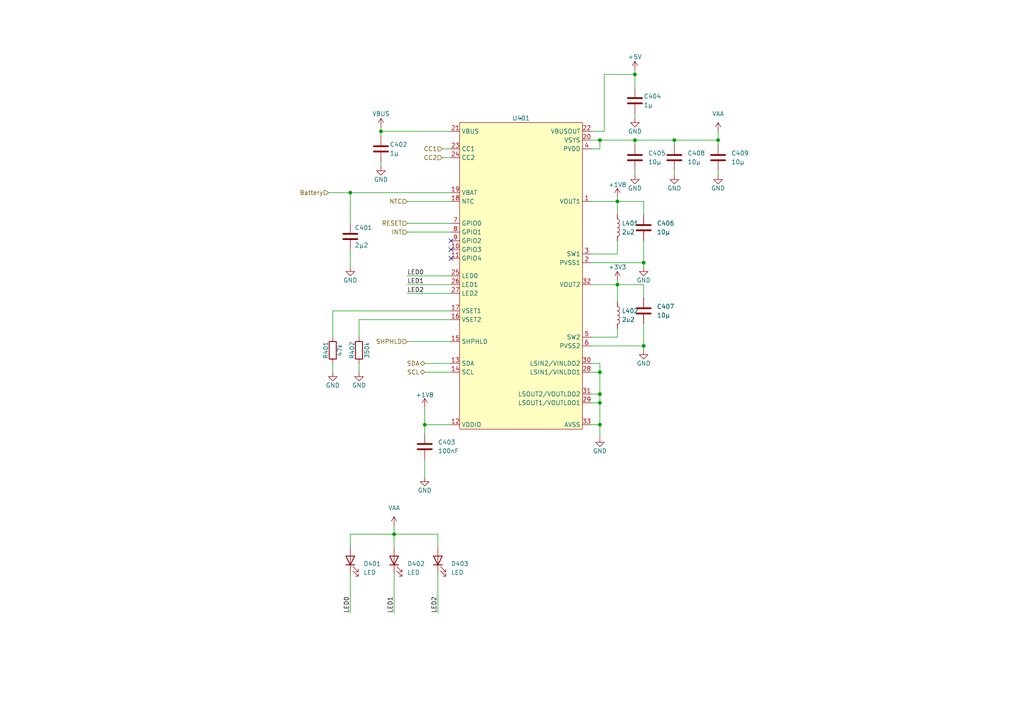
<source format=kicad_sch>
(kicad_sch (version 20231120) (generator "eeschema") (generator_version "8.0")
  (paper "A4")
  (title_block (title "Firewaterburn") (rev "0.2"))
  (lib_symbols
    (symbol "Device:C" (pin_numbers hide) (pin_names (offset 0.254))
      (property "Reference" "C" (at 0.635 2.54 0))
      (property "Value" "C" (at 0.635 -2.54 0))
      (symbol "C_0_1"
        (polyline (pts (xy -2.032 -0.762) (xy 2.032 -0.762)) (stroke (width 0.508)))
        (polyline (pts (xy -2.032 0.762) (xy 2.032 0.762)) (stroke (width 0.508)))
      )
      (symbol "C_1_1"
        (pin passive line (at 0 3.81 270) (length 2.794) (name "~") (number "1"))
        (pin passive line (at 0 -3.81 90) (length 2.794) (name "~") (number "2"))
      )
    )
    (symbol "Device:L" (pin_numbers hide) (pin_names (offset 1.016) hide)
      (property "Reference" "L" (at -1.27 0 90))
      (property "Value" "L" (at 1.905 0 90))
      (symbol "L_0_1"
        (arc (start 0 -2.54) (mid 0.6323 -1.905) (end 0 -1.27))
        (arc (start 0 -1.27) (mid 0.6323 -0.635) (end 0 0))
        (arc (start 0 0) (mid 0.6323 0.635) (end 0 1.27))
        (arc (start 0 1.27) (mid 0.6323 1.905) (end 0 2.54))
      )
      (symbol "L_1_1"
        (pin passive line (at 0 3.81 270) (length 1.27) (name "1") (number "1"))
        (pin passive line (at 0 -3.81 90) (length 1.27) (name "2") (number "2"))
      )
    )
    (symbol "Device:LED" (pin_numbers hide) (pin_names (offset 1.016) hide)
      (property "Reference" "D" (at 0 2.54 0))
      (property "Value" "LED" (at 0 -2.54 0))
      (symbol "LED_0_1"
        (polyline (pts (xy -1.27 -1.27) (xy -1.27 1.27)) (stroke (width 0.254)))
        (polyline (pts (xy -1.27 0) (xy 1.27 0)))
        (polyline (pts (xy 1.27 -1.27) (xy 1.27 1.27) (xy -1.27 0) (xy 1.27 -1.27)) (stroke (width 0.254)))
        (polyline (pts (xy -3.048 -0.762) (xy -4.572 -2.286) (xy -3.81 -2.286) (xy -4.572 -2.286) (xy -4.572 -1.524)))
        (polyline (pts (xy -1.778 -0.762) (xy -3.302 -2.286) (xy -2.54 -2.286) (xy -3.302 -2.286) (xy -3.302 -1.524)))
      )
      (symbol "LED_1_1"
        (pin passive line (at -3.81 0 0) (length 2.54) (name "K") (number "1"))
        (pin passive line (at 3.81 0 180) (length 2.54) (name "A") (number "2"))
      )
    )
    (symbol "Device:R" (pin_numbers hide) (pin_names (offset 0))
      (property "Reference" "R" (at 2.032 0 90))
      (property "Value" "R" (at 0 0 90))
      (symbol "R_0_1"
        (rectangle (start -1.016 -2.54) (end 1.016 2.54) (stroke (width 0.254)))
      )
      (symbol "R_1_1"
        (pin passive line (at 0 3.81 270) (length 1.27) (name "~") (number "1"))
        (pin passive line (at 0 -3.81 90) (length 1.27) (name "~") (number "2"))
      )
    )
    (symbol "mylib_ic:nPM1300"
      (property "Reference" "U" (at 0 45.72 0))
      (symbol "nPM1300_1_1"
        (rectangle (start -17.78 44.45) (end 17.78 -44.45) (fill (type background)))
        (pin power_out line (at 20.32 21.59 180) (length 2.54) (name "VOUT1") (number "1"))
        (pin bidirectional line (at -20.32 7.62 0) (length 2.54) (name "GPIO3") (number "10"))
        (pin bidirectional line (at -20.32 5.08 0) (length 2.54) (name "GPIO4") (number "11"))
        (pin power_in line (at -20.32 -43.18 0) (length 2.54) (name "VDDIO") (number "12"))
        (pin bidirectional line (at -20.32 -25.4 0) (length 2.54) (name "SDA") (number "13"))
        (pin bidirectional line (at -20.32 -27.94 0) (length 2.54) (name "SCL") (number "14"))
        (pin bidirectional line (at -20.32 -19.05 0) (length 2.54) (name "SHPHLD") (number "15"))
        (pin passive line (at -20.32 -12.7 0) (length 2.54) (name "VSET2") (number "16"))
        (pin passive line (at -20.32 -10.16 0) (length 2.54) (name "VSET1") (number "17"))
        (pin passive line (at -20.32 21.59 0) (length 2.54) (name "NTC") (number "18"))
        (pin passive line (at -20.32 24.13 0) (length 2.54) (name "VBAT") (number "19"))
        (pin passive line (at 20.32 3.81 180) (length 2.54) (name "PVSS1") (number "2"))
        (pin power_in line (at 20.32 39.37 180) (length 2.54) (name "VSYS") (number "20"))
        (pin power_in line (at -20.32 41.91 0) (length 2.54) (name "VBUS") (number "21"))
        (pin power_out line (at 20.32 41.91 180) (length 2.54) (name "VBUSOUT") (number "22"))
        (pin bidirectional line (at -20.32 36.83 0) (length 2.54) (name "CC1") (number "23"))
        (pin bidirectional line (at -20.32 34.29 0) (length 2.54) (name "CC2") (number "24"))
        (pin bidirectional line (at -20.32 0 0) (length 2.54) (name "LED0") (number "25"))
        (pin bidirectional line (at -20.32 -2.54 0) (length 2.54) (name "LED1") (number "26"))
        (pin bidirectional line (at -20.32 -5.08 0) (length 2.54) (name "LED2") (number "27"))
        (pin power_in line (at 20.32 -27.94 180) (length 2.54) (name "LSIN1/VINLDO1") (number "28"))
        (pin power_out line (at 20.32 -36.83 180) (length 2.54) (name "LSOUT1/VOUTLDO1") (number "29"))
        (pin passive line (at 20.32 6.35 180) (length 2.54) (name "SW1") (number "3"))
        (pin power_in line (at 20.32 -25.4 180) (length 2.54) (name "LSIN2/VINLDO2") (number "30"))
        (pin power_out line (at 20.32 -34.29 180) (length 2.54) (name "LSOUT2/VOUTLDO2") (number "31"))
        (pin power_out line (at 20.32 -2.54 180) (length 2.54) (name "VOUT2") (number "32"))
        (pin power_in line (at 20.32 -43.18 180) (length 2.54) (name "AVSS") (number "33"))
        (pin power_in line (at 20.32 36.83 180) (length 2.54) (name "PVDD") (number "4"))
        (pin passive line (at 20.32 -17.78 180) (length 2.54) (name "SW2") (number "5"))
        (pin power_in line (at 20.32 -20.32 180) (length 2.54) (name "PVSS2") (number "6"))
        (pin bidirectional line (at -20.32 15.24 0) (length 2.54) (name "GPIO0") (number "7"))
        (pin bidirectional line (at -20.32 12.7 0) (length 2.54) (name "GPIO1") (number "8"))
        (pin bidirectional line (at -20.32 10.16 0) (length 2.54) (name "GPIO2") (number "9"))
      )
    )
    (symbol "power:+1V8" (power) (pin_names (offset 0))
      (property "Value" "+1V8" (at 0 3.556 0))
      (symbol "+1V8_0_1"
        (polyline (pts (xy -0.762 1.27) (xy 0 2.54)))
        (polyline (pts (xy 0 0) (xy 0 2.54)))
        (polyline (pts (xy 0 2.54) (xy 0.762 1.27)))
      )
      (symbol "+1V8_1_1"
        (pin power_in line (at 0 0 90) (length 0) hide (name "+1V8") (number "1"))
      )
    )
    (symbol "power:+3V3" (power) (pin_names (offset 0))
      (property "Value" "+3V3" (at 0 3.556 0))
      (symbol "+3V3_0_1"
        (polyline (pts (xy -0.762 1.27) (xy 0 2.54)))
        (polyline (pts (xy 0 0) (xy 0 2.54)))
        (polyline (pts (xy 0 2.54) (xy 0.762 1.27)))
      )
      (symbol "+3V3_1_1"
        (pin power_in line (at 0 0 90) (length 0) hide (name "+3V3") (number "1"))
      )
    )
    (symbol "power:+5V" (power) (pin_names (offset 0))
      (property "Value" "+5V" (at 0 3.556 0))
      (symbol "+5V_0_1"
        (polyline (pts (xy -0.762 1.27) (xy 0 2.54)))
        (polyline (pts (xy 0 0) (xy 0 2.54)))
        (polyline (pts (xy 0 2.54) (xy 0.762 1.27)))
      )
      (symbol "+5V_1_1"
        (pin power_in line (at 0 0 90) (length 0) hide (name "+5V") (number "1"))
      )
    )
    (symbol "power:GND" (power) (pin_names (offset 0))
      (property "Value" "GND" (at 0 -3.81 0))
      (symbol "GND_0_1"
        (polyline (pts (xy 0 0) (xy 0 -1.27) (xy 1.27 -1.27) (xy 0 -2.54) (xy -1.27 -1.27) (xy 0 -1.27)))
      )
      (symbol "GND_1_1"
        (pin power_in line (at 0 0 270) (length 0) hide (name "GND") (number "1"))
      )
    )
    (symbol "power:VAA" (power) (pin_names (offset 0))
      (property "Value" "VAA" (at 0 3.81 0))
      (symbol "VAA_0_1"
        (polyline (pts (xy -0.762 1.27) (xy 0 2.54)))
        (polyline (pts (xy 0 0) (xy 0 2.54)))
        (polyline (pts (xy 0 2.54) (xy 0.762 1.27)))
      )
      (symbol "VAA_1_1"
        (pin power_in line (at 0 0 90) (length 0) hide (name "VAA") (number "1"))
      )
    )
    (symbol "power:VBUS" (power) (pin_names (offset 0))
      (property "Value" "VBUS" (at 0 3.81 0))
      (symbol "VBUS_0_1"
        (polyline (pts (xy -0.762 1.27) (xy 0 2.54)))
        (polyline (pts (xy 0 0) (xy 0 2.54)))
        (polyline (pts (xy 0 2.54) (xy 0.762 1.27)))
      )
      (symbol "VBUS_1_1"
        (pin power_in line (at 0 0 90) (length 0) hide (name "VBUS") (number "1"))
      )
    )
  )
  (junction (at 184.15 21.59))
  (junction (at 123.19 123.19))
  (junction (at 186.69 100.33))
  (junction (at 179.07 58.42))
  (junction (at 101.6 55.88))
  (junction (at 173.99 123.19))
  (junction (at 179.07 82.55))
  (junction (at 114.3 154.94))
  (junction (at 173.99 107.95))
  (junction (at 195.58 40.64))
  (junction (at 173.99 116.84))
  (junction (at 110.49 38.1))
  (junction (at 173.99 40.64))
  (junction (at 184.15 40.64))
  (junction (at 173.99 114.3))
  (junction (at 186.69 76.2))
  (junction (at 208.28 40.64))
  (no_connect (at 130.81 74.93))
  (no_connect (at 130.81 69.85))
  (no_connect (at 130.81 72.39))
  (wire (pts (xy 179.07 58.42) (xy 186.69 58.42)))
  (wire (pts (xy 114.3 166.37) (xy 114.3 177.8)))
  (wire (pts (xy 179.07 58.42) (xy 171.45 58.42)))
  (wire (pts (xy 173.99 127) (xy 173.99 123.19)))
  (wire (pts (xy 104.14 105.41) (xy 104.14 107.95)))
  (wire (pts (xy 173.99 123.19) (xy 173.99 116.84)))
  (wire (pts (xy 118.11 82.55) (xy 130.81 82.55)))
  (wire (pts (xy 179.07 73.66) (xy 171.45 73.66)))
  (wire (pts (xy 118.11 67.31) (xy 130.81 67.31)))
  (wire (pts (xy 195.58 40.64) (xy 208.28 40.64)))
  (wire (pts (xy 130.81 123.19) (xy 123.19 123.19)))
  (wire (pts (xy 101.6 55.88) (xy 130.81 55.88)))
  (wire (pts (xy 175.26 21.59) (xy 184.15 21.59)))
  (wire (pts (xy 128.27 45.72) (xy 130.81 45.72)))
  (wire (pts (xy 171.45 116.84) (xy 173.99 116.84)))
  (wire (pts (xy 171.45 100.33) (xy 186.69 100.33)))
  (wire (pts (xy 171.45 114.3) (xy 173.99 114.3)))
  (wire (pts (xy 208.28 41.91) (xy 208.28 40.64)))
  (wire (pts (xy 173.99 114.3) (xy 173.99 107.95)))
  (wire (pts (xy 123.19 123.19) (xy 123.19 125.73)))
  (wire (pts (xy 186.69 62.23) (xy 186.69 58.42)))
  (wire (pts (xy 184.15 49.53) (xy 184.15 50.8)))
  (wire (pts (xy 184.15 33.02) (xy 184.15 34.29)))
  (wire (pts (xy 208.28 49.53) (xy 208.28 50.8)))
  (wire (pts (xy 184.15 20.32) (xy 184.15 21.59)))
  (wire (pts (xy 171.45 107.95) (xy 173.99 107.95)))
  (wire (pts (xy 195.58 41.91) (xy 195.58 40.64)))
  (wire (pts (xy 186.69 100.33) (xy 186.69 101.6)))
  (wire (pts (xy 184.15 21.59) (xy 184.15 25.4)))
  (wire (pts (xy 208.28 38.1) (xy 208.28 40.64)))
  (wire (pts (xy 118.11 64.77) (xy 130.81 64.77)))
  (wire (pts (xy 173.99 116.84) (xy 173.99 114.3)))
  (wire (pts (xy 171.45 40.64) (xy 173.99 40.64)))
  (wire (pts (xy 114.3 152.4) (xy 114.3 154.94)))
  (wire (pts (xy 179.07 69.85) (xy 179.07 73.66)))
  (wire (pts (xy 114.3 154.94) (xy 127 154.94)))
  (wire (pts (xy 118.11 80.01) (xy 130.81 80.01)))
  (wire (pts (xy 123.19 118.11) (xy 123.19 123.19)))
  (wire (pts (xy 123.19 105.41) (xy 130.81 105.41)))
  (wire (pts (xy 179.07 82.55) (xy 179.07 87.63)))
  (wire (pts (xy 186.69 76.2) (xy 186.69 77.47)))
  (wire (pts (xy 171.45 123.19) (xy 173.99 123.19)))
  (wire (pts (xy 179.07 82.55) (xy 186.69 82.55)))
  (wire (pts (xy 110.49 39.37) (xy 110.49 38.1)))
  (wire (pts (xy 171.45 82.55) (xy 179.07 82.55)))
  (wire (pts (xy 110.49 36.83) (xy 110.49 38.1)))
  (wire (pts (xy 179.07 57.15) (xy 179.07 58.42)))
  (wire (pts (xy 173.99 40.64) (xy 184.15 40.64)))
  (wire (pts (xy 101.6 55.88) (xy 101.6 64.77)))
  (wire (pts (xy 130.81 107.95) (xy 123.19 107.95)))
  (wire (pts (xy 96.52 105.41) (xy 96.52 107.95)))
  (wire (pts (xy 127 154.94) (xy 127 158.75)))
  (wire (pts (xy 173.99 105.41) (xy 171.45 105.41)))
  (wire (pts (xy 101.6 154.94) (xy 114.3 154.94)))
  (wire (pts (xy 175.26 21.59) (xy 175.26 38.1)))
  (wire (pts (xy 195.58 49.53) (xy 195.58 50.8)))
  (wire (pts (xy 101.6 72.39) (xy 101.6 77.47)))
  (wire (pts (xy 184.15 40.64) (xy 184.15 41.91)))
  (wire (pts (xy 186.69 69.85) (xy 186.69 76.2)))
  (wire (pts (xy 110.49 38.1) (xy 130.81 38.1)))
  (wire (pts (xy 128.27 43.18) (xy 130.81 43.18)))
  (wire (pts (xy 130.81 90.17) (xy 96.52 90.17)))
  (wire (pts (xy 101.6 166.37) (xy 101.6 177.8)))
  (wire (pts (xy 95.25 55.88) (xy 101.6 55.88)))
  (wire (pts (xy 104.14 92.71) (xy 130.81 92.71)))
  (wire (pts (xy 118.11 99.06) (xy 130.81 99.06)))
  (wire (pts (xy 101.6 154.94) (xy 101.6 158.75)))
  (wire (pts (xy 173.99 107.95) (xy 173.99 105.41)))
  (wire (pts (xy 184.15 40.64) (xy 195.58 40.64)))
  (wire (pts (xy 186.69 86.36) (xy 186.69 82.55)))
  (wire (pts (xy 118.11 58.42) (xy 130.81 58.42)))
  (wire (pts (xy 110.49 46.99) (xy 110.49 48.26)))
  (wire (pts (xy 127 166.37) (xy 127 177.8)))
  (wire (pts (xy 175.26 38.1) (xy 171.45 38.1)))
  (wire (pts (xy 118.11 85.09) (xy 130.81 85.09)))
  (wire (pts (xy 173.99 43.18) (xy 171.45 43.18)))
  (wire (pts (xy 96.52 90.17) (xy 96.52 97.79)))
  (wire (pts (xy 171.45 76.2) (xy 186.69 76.2)))
  (wire (pts (xy 179.07 81.28) (xy 179.07 82.55)))
  (wire (pts (xy 123.19 133.35) (xy 123.19 138.43)))
  (wire (pts (xy 104.14 92.71) (xy 104.14 97.79)))
  (wire (pts (xy 114.3 154.94) (xy 114.3 158.75)))
  (wire (pts (xy 179.07 97.79) (xy 171.45 97.79)))
  (wire (pts (xy 173.99 40.64) (xy 173.99 43.18)))
  (wire (pts (xy 179.07 95.25) (xy 179.07 97.79)))
  (wire (pts (xy 179.07 58.42) (xy 179.07 62.23)))
  (wire (pts (xy 186.69 93.98) (xy 186.69 100.33)))
  (label "LED2" (at 127 177.8 90))
  (label "LED0" (at 118.11 80.01 0))
  (label "LED2" (at 118.11 85.09 0))
  (label "LED1" (at 118.11 82.55 0))
  (label "LED0" (at 101.6 177.8 90))
  (label "LED1" (at 114.3 177.8 90))
  (hierarchical_label "SDA" (shape bidirectional) (at 123.19 105.41 180))
  (hierarchical_label "INT" (shape input) (at 118.11 67.31 180))
  (hierarchical_label "Battery" (shape input) (at 95.25 55.88 180))
  (hierarchical_label "CC2" (shape input) (at 128.27 45.72 180))
  (hierarchical_label "SHPHLD" (shape input) (at 118.11 99.06 180))
  (hierarchical_label "SCL" (shape bidirectional) (at 123.19 107.95 180))
  (hierarchical_label "NTC" (shape input) (at 118.11 58.42 180))
  (hierarchical_label "CC1" (shape input) (at 128.27 43.18 180))
  (hierarchical_label "RESET" (shape input) (at 118.11 64.77 180))
  (symbol (lib_id "Device:R") (at 104.14 101.6 180) (unit 1)
    (property "Reference" "R402" (at 102.108 101.6 90))
    (property "Value" "350k" (at 106.426 101.6 90))
    (property "Footprint" "Resistor_SMD:R_0402_1005Metric" (effects (hide yes)))
    (property "Description" "Resistor" (effects (hide yes)))
  )
  (symbol (lib_id "Device:C") (at 195.58 45.72 0) (unit 1)
    (property "Reference" "C408" (at 199.39 44.4499 0) (effects (justify left)))
    (property "Value" "10µ" (at 199.39 46.9899 0) (effects (justify left)))
    (property "Footprint" "Capacitor_SMD:C_0603_1608Metric" (effects (hide yes)))
    (property "Digikey" "490-18214-1-ND" (effects (hide yes)))
  )
  (symbol (lib_id "power:+1V8") (at 123.19 118.11 0) (unit 1)
    (property "Reference" "#PWR0407" (effects (hide yes)))
    (property "Value" "+1V8" (at 123.19 114.554 0))
    (property "Description" "Power symbol creates a global label with name \"+1V8\"" (effects (hide yes)))
  )
  (symbol (lib_id "Device:L") (at 179.07 66.04 0) (unit 1)
    (property "Reference" "L401" (at 180.34 64.7699 0) (effects (justify left)))
    (property "Value" "2u2" (at 180.34 67.3099 0) (effects (justify left)))
    (property "Footprint" "Inductor_SMD:L_0805_2012Metric" (effects (hide yes)))
    (property "Description" "Inductor" (effects (hide yes)))
  )
  (symbol (lib_id "power:GND") (at 173.99 127 0) (unit 1)
    (property "Reference" "#PWR0409" (effects (hide yes)))
    (property "Value" "GND" (at 173.99 130.81 0))
  )
  (symbol (lib_id "Device:C") (at 186.69 66.04 0) (unit 1)
    (property "Reference" "C406" (at 190.5 64.7699 0) (effects (justify left)))
    (property "Value" "10µ" (at 190.5 67.3099 0) (effects (justify left)))
    (property "Footprint" "Capacitor_SMD:C_0603_1608Metric" (effects (hide yes)))
    (property "Digikey" "490-18214-1-ND" (effects (hide yes)))
  )
  (symbol (lib_id "power:GND") (at 186.69 101.6 0) (unit 1)
    (property "Reference" "#PWR0416" (effects (hide yes)))
    (property "Value" "GND" (at 186.69 105.41 0))
  )
  (symbol (lib_id "Device:L") (at 179.07 91.44 0) (unit 1)
    (property "Reference" "L402" (at 180.34 90.1699 0) (effects (justify left)))
    (property "Value" "2u2" (at 180.34 92.7099 0) (effects (justify left)))
    (property "Footprint" "Inductor_SMD:L_0805_2012Metric" (effects (hide yes)))
    (property "Description" "Inductor" (effects (hide yes)))
  )
  (symbol (lib_id "Device:LED") (at 101.6 162.56 90) (unit 1)
    (property "Reference" "D401" (at 105.41 163.5125 90) (effects (justify right)))
    (property "Value" "LED" (at 105.41 166.0525 90) (effects (justify right)))
    (property "Footprint" "LED_SMD:LED_0603_1608Metric" (effects (hide yes)))
    (property "Digikey" "516-HSMS-C197CT-ND" (effects (hide yes)))
  )
  (symbol (lib_id "Device:R") (at 96.52 101.6 180) (unit 1)
    (property "Reference" "R401" (at 94.488 101.6 90))
    (property "Value" "47k" (at 98.552 101.6 90))
    (property "Footprint" "Resistor_SMD:R_0402_1005Metric" (effects (hide yes)))
    (property "Description" "Resistor" (effects (hide yes)))
  )
  (symbol (lib_id "power:GND") (at 184.15 34.29 0) (unit 1)
    (property "Reference" "#PWR0413" (effects (hide yes)))
    (property "Value" "GND" (at 184.15 38.1 0))
  )
  (symbol (lib_id "Device:C") (at 110.49 43.18 0) (unit 1)
    (property "Reference" "C402" (at 113.03 41.91 0) (effects (justify left)))
    (property "Value" "1µ" (at 113.03 44.45 0) (effects (justify left)))
    (property "Footprint" "Capacitor_SMD:C_0603_1608Metric" (effects (hide yes)))
    (property "Digikey" "1276-1067-1-ND" (effects (hide yes)))
  )
  (symbol (lib_id "Device:C") (at 101.6 68.58 0) (unit 1)
    (property "Reference" "C401" (at 102.87 66.04 0) (effects (justify left)))
    (property "Value" "2µ2" (at 102.87 71.12 0) (effects (justify left)))
    (property "Footprint" "Capacitor_SMD:C_0603_1608Metric" (effects (hide yes)))
    (property "Digikey" "1276-1040-1-ND" (effects (hide yes)))
  )
  (symbol (lib_id "power:VBUS") (at 110.49 36.83 0) (unit 1)
    (property "Reference" "#PWR0404" (effects (hide yes)))
    (property "Value" "VBUS" (at 110.49 33.02 0))
  )
  (symbol (lib_id "power:VAA") (at 208.28 38.1 0) (unit 1)
    (property "Reference" "#PWR0418" (effects (hide yes)))
    (property "Value" "VAA" (at 208.28 33.02 0))
    (property "Description" "Power symbol creates a global label with name \"VAA\"" (effects (hide yes)))
  )
  (symbol (lib_id "power:GND") (at 110.49 48.26 0) (unit 1)
    (property "Reference" "#PWR0405" (effects (hide yes)))
    (property "Value" "GND" (at 110.49 52.07 0))
  )
  (symbol (lib_id "power:GND") (at 195.58 50.8 0) (unit 1)
    (property "Reference" "#PWR0417" (effects (hide yes)))
    (property "Value" "GND" (at 195.58 54.61 0))
  )
  (symbol (lib_id "power:GND") (at 104.14 107.95 0) (unit 1)
    (property "Reference" "#PWR0402" (effects (hide yes)))
    (property "Value" "GND" (at 104.14 111.76 0))
  )
  (symbol (lib_id "Device:LED") (at 127 162.56 90) (unit 1)
    (property "Reference" "D403" (at 130.81 163.5125 90) (effects (justify right)))
    (property "Value" "LED" (at 130.81 166.0525 90) (effects (justify right)))
    (property "Footprint" "LED_SMD:LED_0603_1608Metric" (effects (hide yes)))
    (property "Digikey" "516-HSMS-C197CT-ND" (effects (hide yes)))
  )
  (symbol (lib_id "power:GND") (at 96.52 107.95 0) (unit 1)
    (property "Reference" "#PWR0401" (effects (hide yes)))
    (property "Value" "GND" (at 96.52 111.76 0))
  )
  (symbol (lib_id "power:GND") (at 208.28 50.8 0) (unit 1)
    (property "Reference" "#PWR0419" (effects (hide yes)))
    (property "Value" "GND" (at 208.28 54.61 0))
  )
  (symbol (lib_id "power:GND") (at 186.69 77.47 0) (unit 1)
    (property "Reference" "#PWR0415" (effects (hide yes)))
    (property "Value" "GND" (at 186.69 81.28 0))
  )
  (symbol (lib_id "power:+3V3") (at 179.07 81.28 0) (unit 1)
    (property "Reference" "#PWR0411" (effects (hide yes)))
    (property "Value" "+3V3" (at 179.07 77.47 0))
  )
  (symbol (lib_id "Device:LED") (at 114.3 162.56 90) (unit 1)
    (property "Reference" "D402" (at 118.11 163.5125 90) (effects (justify right)))
    (property "Value" "LED" (at 118.11 166.0525 90) (effects (justify right)))
    (property "Footprint" "LED_SMD:LED_0603_1608Metric" (effects (hide yes)))
    (property "Digikey" "516-HSMS-C197CT-ND" (effects (hide yes)))
  )
  (symbol (lib_id "power:VAA") (at 114.3 152.4 0) (unit 1)
    (property "Reference" "#PWR0406" (effects (hide yes)))
    (property "Value" "VAA" (at 114.3 147.32 0))
    (property "Description" "Power symbol creates a global label with name \"VAA\"" (effects (hide yes)))
  )
  (symbol (lib_id "Device:C") (at 186.69 90.17 0) (unit 1)
    (property "Reference" "C407" (at 190.5 88.8999 0) (effects (justify left)))
    (property "Value" "10µ" (at 190.5 91.4399 0) (effects (justify left)))
    (property "Footprint" "Capacitor_SMD:C_0603_1608Metric" (effects (hide yes)))
    (property "Digikey" "490-18214-1-ND" (effects (hide yes)))
  )
  (symbol (lib_id "power:GND") (at 184.15 50.8 0) (unit 1)
    (property "Reference" "#PWR0414" (effects (hide yes)))
    (property "Value" "GND" (at 184.15 54.61 0))
  )
  (symbol (lib_id "Device:C") (at 184.15 45.72 0) (unit 1)
    (property "Reference" "C405" (at 187.96 44.4499 0) (effects (justify left)))
    (property "Value" "10µ" (at 187.96 46.9899 0) (effects (justify left)))
    (property "Footprint" "Capacitor_SMD:C_0603_1608Metric" (effects (hide yes)))
    (property "Digikey" "490-18214-1-ND" (effects (hide yes)))
  )
  (symbol (lib_id "power:+1V8") (at 179.07 57.15 0) (unit 1)
    (property "Reference" "#PWR0410" (effects (hide yes)))
    (property "Value" "+1V8" (at 179.07 53.594 0))
    (property "Description" "Power symbol creates a global label with name \"+1V8\"" (effects (hide yes)))
  )
  (symbol (lib_id "power:GND") (at 101.6 77.47 0) (unit 1)
    (property "Reference" "#PWR0403" (effects (hide yes)))
    (property "Value" "GND" (at 101.6 81.28 0))
  )
  (symbol (lib_id "Device:C") (at 123.19 129.54 0) (unit 1)
    (property "Reference" "C403" (at 127 128.2699 0) (effects (justify left)))
    (property "Value" "100nF" (at 127 130.8099 0) (effects (justify left)))
    (property "Footprint" "Capacitor_SMD:C_0603_1608Metric" (effects (hide yes)))
    (property "Digikey" "478-7888-1-ND" (effects (hide yes)))
  )
  (symbol (lib_id "Device:C") (at 208.28 45.72 0) (unit 1)
    (property "Reference" "C409" (at 212.09 44.4499 0) (effects (justify left)))
    (property "Value" "10µ" (at 212.09 46.9899 0) (effects (justify left)))
    (property "Footprint" "Capacitor_SMD:C_0603_1608Metric" (effects (hide yes)))
    (property "Digikey" "490-18214-1-ND" (effects (hide yes)))
  )
  (symbol (lib_id "power:+5V") (at 184.15 20.32 0) (unit 1)
    (property "Reference" "#PWR0412" (effects (hide yes)))
    (property "Value" "+5V" (at 184.15 16.51 0))
  )
  (symbol (lib_id "Device:C") (at 184.15 29.21 0) (unit 1)
    (property "Reference" "C404" (at 186.69 27.94 0) (effects (justify left)))
    (property "Value" "1µ" (at 186.69 30.48 0) (effects (justify left)))
    (property "Footprint" "Capacitor_SMD:C_0603_1608Metric" (effects (hide yes)))
    (property "Digikey" "1276-1067-1-ND" (effects (hide yes)))
  )
  (symbol (lib_id "mylib_ic:nPM1300") (at 151.13 80.01 0) (unit 1)
    (property "Reference" "U401" (at 151.13 34.29 0))
    (property "Value" "~" (at 151.13 34.29 0))
    (property "Footprint" "Package_DFN_QFN:QFN-32-1EP_5x5mm_P0.5mm_EP3.6x3.6mm" (effects (hide yes)))
  )
  (symbol (lib_id "power:GND") (at 123.19 138.43 0) (unit 1)
    (property "Reference" "#PWR0408" (effects (hide yes)))
    (property "Value" "GND" (at 123.19 142.24 0))
  )
)
</source>
